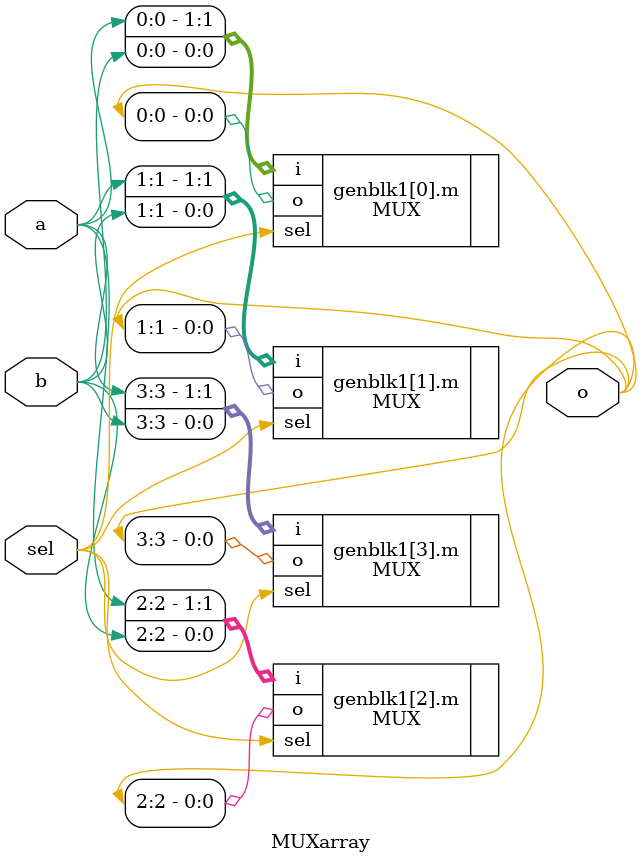
<source format=v>
`timescale 1ns / 1ps
module MUXarray #(parameter SIZE=4)(
    input [SIZE-1:0] a,
    input [SIZE-1:0] b,
    input sel,
    output [SIZE-1:0] o
    );

    genvar i;

    generate 
        for(i=0; i<SIZE; i=i+1) begin
            MUX m(
                .i({a[i],b[i]}),
                .sel(sel),
                .o(o[i])
                );
        end
    endgenerate 

endmodule
</source>
